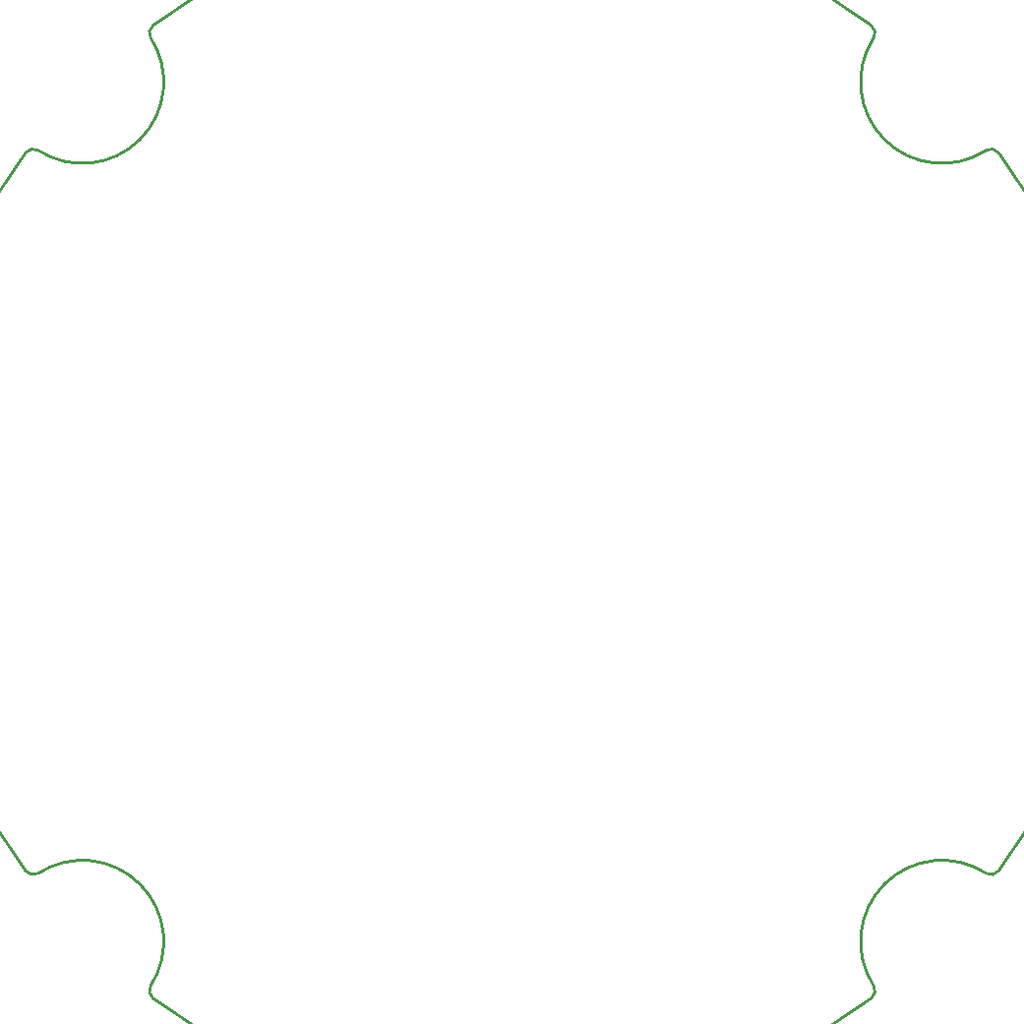
<source format=gm1>
%TF.GenerationSoftware,KiCad,Pcbnew,8.0.0*%
%TF.CreationDate,2024-02-27T15:47:42-08:00*%
%TF.ProjectId,PCB,5043422e-6b69-4636-9164-5f7063625858,rev?*%
%TF.SameCoordinates,Original*%
%TF.FileFunction,Profile,NP*%
%FSLAX46Y46*%
G04 Gerber Fmt 4.6, Leading zero omitted, Abs format (unit mm)*
G04 Created by KiCad (PCBNEW 8.0.0) date 2024-02-27 15:47:42*
%MOMM*%
%LPD*%
G01*
G04 APERTURE LIST*
%TA.AperFunction,Profile*%
%ADD10C,0.250000*%
%TD*%
G04 APERTURE END LIST*
D10*
X200790956Y-58887606D02*
G75*
G02*
X191112394Y-49209044I-3799396J5879166D01*
G01*
X119209044Y-121112394D02*
G75*
G02*
X128887606Y-130790956I3799396J-5879166D01*
G01*
X128887606Y-49209044D02*
G75*
G02*
X129082668Y-48139709I666694J430844D01*
G01*
X191112394Y-130790956D02*
G75*
G02*
X200790956Y-121112394I5879206J3799356D01*
G01*
X129082691Y-48139739D02*
G75*
G02*
X190917309Y-48139739I30917309J-41860261D01*
G01*
X190917309Y-131860261D02*
G75*
G02*
X129082691Y-131860261I-30917309J41860261D01*
G01*
X200790956Y-58887606D02*
G75*
G02*
X201860291Y-59082668I430844J-666694D01*
G01*
X190917310Y-48139739D02*
G75*
G02*
X191112363Y-49209024I-471610J-638461D01*
G01*
X128887606Y-49209044D02*
G75*
G02*
X119209044Y-58887606I-5879206J-3799356D01*
G01*
X118139739Y-59082690D02*
G75*
G02*
X119209024Y-58887637I638461J-471610D01*
G01*
X118139739Y-120917309D02*
G75*
G02*
X118139739Y-59082691I41860261J30917309D01*
G01*
X119209044Y-121112394D02*
G75*
G02*
X118139709Y-120917332I-430844J666694D01*
G01*
X129082690Y-131860261D02*
G75*
G02*
X128887637Y-130790976I471610J638461D01*
G01*
X191112394Y-130790956D02*
G75*
G02*
X190917332Y-131860291I-666694J-430844D01*
G01*
X201860261Y-120917310D02*
G75*
G02*
X200790976Y-121112363I-638461J471610D01*
G01*
X201860261Y-59082691D02*
G75*
G02*
X201860261Y-120917309I-41860261J-30917309D01*
G01*
M02*

</source>
